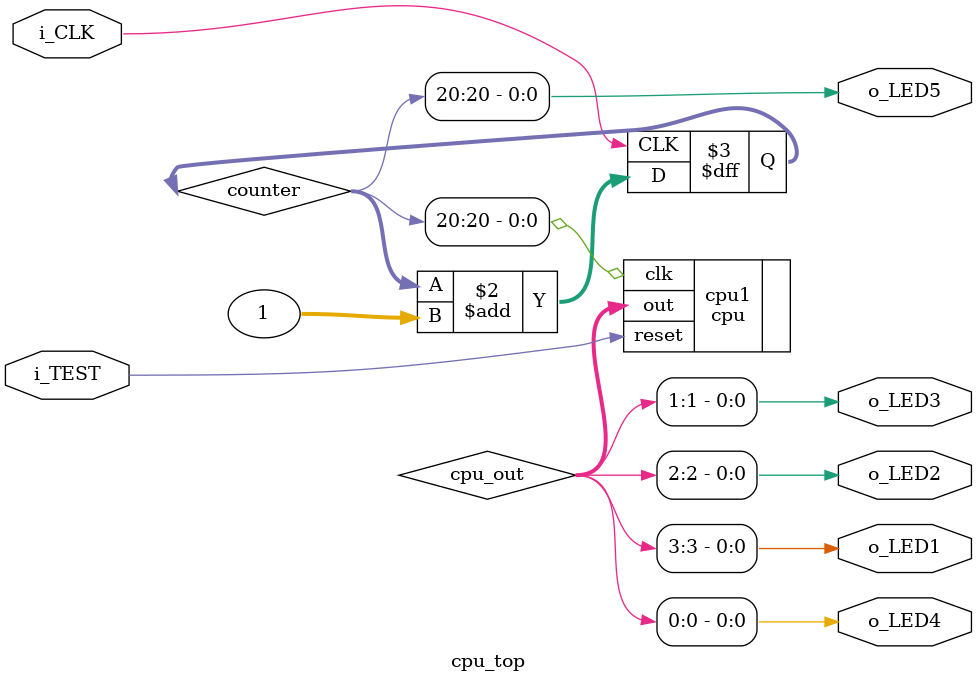
<source format=v>
module cpu_top
  (input  i_CLK,
   input  i_TEST,
   output o_LED1,
   output o_LED2,
   output o_LED3,
   output o_LED4,
   output o_LED5
   );

   // Use a counter to slow the clock down
   reg [31:0] counter;

   always @ (posedge i_CLK) 
     begin      
        counter <= counter + 1;
     end  
   
   // Output from the CPU
   wire [7:0] cpu_out;
   
   // 
   cpu cpu1(.clk(counter[20]),
            .reset(i_TEST),
            .out(cpu_out));

   // With the USB connector facing down, the icestick
   // board LEDs are oriented as follows:
   //
   //         D2
   //
   //     D1  D5  D3
   //
   //         D4

   // Let's make the 4 LSB bits of cpu_out map to
   // {D1}{D2}{D3}{D4}, where D4 is the LSB
   
   assign o_LED1 = cpu_out[3];    // D1
   assign o_LED2 = cpu_out[2];    // D2
   assign o_LED3 = cpu_out[1];    // D3
   assign o_LED4 = cpu_out[0];    // D4

   assign o_LED5 = counter[20];   // D5
   
   
endmodule

</source>
